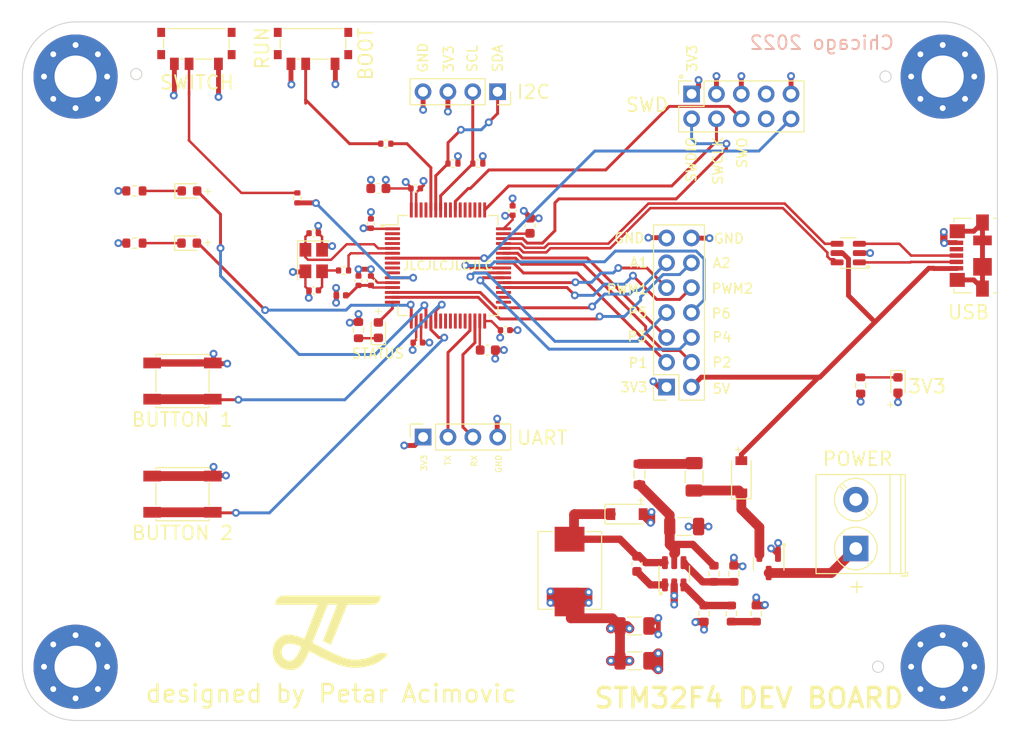
<source format=kicad_pcb>
(kicad_pcb (version 20211014) (generator pcbnew)
  (layers (0 "F.Cu" signal) (1 "In1.Cu" power) (2 "In2.Cu" power) (31 "B.Cu" signal) (34 "B.Paste" user) (35 "F.Paste" user) (36 "B.SilkS" user "B.Silkscreen") (37 "F.SilkS" user "F.Silkscreen") (38 "B.Mask" user) (39 "F.Mask" user) (44 "Edge.Cuts" user))
  (net 0 "")
  (net 1 "+12V")
  (net 2 "GND")
  (net 3 "/WHITE_LED_CATHODE")
  (net 4 "/GREEN_LED_CATHODE")
  (net 5 "Net-(D4-Pad1)")
  (net 6 "Net-(D3-Pad1)")
  (net 7 "Net-(R4-Pad2)")
  (net 8 "BUCK_FB")
  (net 9 "+3.3V")
  (net 10 "BUCK_EN")
  (net 11 "BUCK_IN")
  (net 12 "I2C1_SDA")
  (net 13 "I2C1_SCL")
  (net 14 "HSE_OUT")
  (net 15 "Net-(C16-Pad1)")
  (net 16 "BOOT0")
  (net 17 "Net-(R7-Pad2)")
  (net 18 "SWITCH")
  (net 19 "Net-(R14-Pad2)")
  (net 20 "BUCK_BST")
  (net 21 "BUCK_SW")
  (net 22 "USB_CONN_D-")
  (net 23 "USB_CONN_D+")
  (net 24 "USB_D+")
  (net 25 "+5V")
  (net 26 "USB_D-")
  (net 27 "Net-(D1-Pad1)")
  (net 31 "HSE_IN")
  (net 32 "NRST")
  (net 36 "+3.3VA")
  (net 37 "ANALOG_1")
  (net 38 "ANALOG_2")
  (net 39 "LED_STATUS")
  (net 40 "LED_GREEN")
  (net 41 "LED_WHITE")
  (net 42 "BUTTON_1")
  (net 43 "BUTTON_2")
  (net 50 "USART3_TX")
  (net 51 "USART3_RX")
  (net 52 "Net-(C13-Pad1)")
  (net 56 "PWM_2")
  (net 57 "PWM_1")
  (net 58 "PIN_4")
  (net 59 "PIN_5")
  (net 60 "PIN_6")
  (net 61 "PIN_1")
  (net 62 "PIN_2")
  (net 63 "PIN_3")
  (net 64 "SWDIO")
  (net 65 "Net-(C14-Pad1)")
  (net 66 "SWCLK")
  (net 72 "SWO")
  (net 78 "unconnected-(J5-Pad6)")
  (net 81 "Net-(F1-Pad2)")
  (footprint "Library:Push_Button_Petar" (layer "F.Cu") (at 102.4128 102.8658)
    (fp_text reference "SW3")
    (fp_text value "SW_Push")
  )
  (footprint "Connector_PinSocket_2.54mm:PinSocket_2x05_P2.54mm_Vertical" (layer "F.Cu") (at 154.432 61.976 90)
    (fp_text reference "J2")
    (fp_text value "SWD")
  )
  (footprint "Diode_SMD:D_SOD-123" (layer "F.Cu") (at 147.828 104.902)
    (fp_text reference "D2")
    (fp_text value "B5819W")
  )
  (footprint "Capacitor_SMD:C_0402_1005Metric" (layer "F.Cu") (at 115.824 76.2)
    (fp_text reference "C15")
    (fp_text value "12p")
  )
  (footprint "Library:Switch_Petar" (layer "F.Cu") (at 115.7492 56.8198)
    (fp_text reference "SW1" hide)
    (fp_text value "SW_SPDT")
  )
  (footprint "Resistor_SMD:R_0603_1608Metric" (layer "F.Cu") (at 156.718 110.998 -90)
    (fp_text reference "R1")
    (fp_text value "100k")
  )
  (footprint "Capacitor_SMD:C_0603_1608Metric" (layer "F.Cu") (at 122.428 71.628 180)
    (fp_text reference "C5")
    (fp_text value "4u7")
  )
  (footprint "Fuse:Fuse_1206_3216Metric" (layer "F.Cu") (at 154.686 101.092 90)
    (fp_text reference "F1")
    (fp_text value "250mA")
  )
  (footprint "Capacitor_SMD:C_0402_1005Metric" (layer "F.Cu") (at 136.144 73.886 90)
    (fp_text reference "C9")
    (fp_text value "100n")
  )
  (footprint "LED_SMD:LED_0603_1608Metric" (layer "F.Cu") (at 122.428 86.106 90)
    (fp_text reference "D4")
    (fp_text value "BLUE")
  )
  (footprint "MountingHole:MountingHole_4.3mm_M4_Pad_Via" (layer "F.Cu") (at 180.086 60.198)
    (fp_text reference "H1")
    (fp_text value "MountingHole_Pad")
  )
  (footprint "Library:Push_Button_Petar" (layer "F.Cu") (at 102.4128 91.3088)
    (fp_text reference "SW4")
    (fp_text value "SW_Push")
  )
  (footprint "Capacitor_SMD:C_0603_1608Metric" (layer "F.Cu") (at 137.922 75.438 90)
    (fp_text reference "C14")
    (fp_text value "2u2")
  )
  (footprint "LED_SMD:LED_0603_1608Metric" (layer "F.Cu") (at 103.0985 77.216)
    (fp_text reference "D5")
    (fp_text value "GREEN")
  )
  (footprint "LED_SMD:LED_0603_1608Metric" (layer "F.Cu") (at 175.514 91.7195 -90)
    (fp_text reference "D3")
    (fp_text value "RED")
  )
  (footprint "Library:Inductor_Petar" (layer "F.Cu") (at 141.9606 110.7694 -90)
    (fp_text reference "L1" hide)
    (fp_text value "10u")
  )
  (footprint "Capacitor_SMD:C_0402_1005Metric" (layer "F.Cu") (at 120.396 81.054 90)
    (fp_text reference "C12")
    (fp_text value "10n")
  )
  (footprint "Package_TO_SOT_SMD:SOT-23" (layer "F.Cu") (at 162.306 109.982 -90)
    (fp_text reference "Q1")
    (fp_text value "AO3401A")
  )
  (footprint "Capacitor_SMD:C_0402_1005Metric" (layer "F.Cu") (at 135.382 86.106)
    (fp_text reference "C8")
    (fp_text value "100n")
  )
  (footprint "Connector_PinSocket_2.54mm:PinSocket_2x07_P2.54mm_Vertical" (layer "F.Cu") (at 151.872 91.928 180)
    (fp_text reference "J6")
    (fp_text value "Conn_02x07_Odd_Even")
  )
  (footprint "Capacitor_SMD:C_0402_1005Metric" (layer "F.Cu") (at 115.824 82.042 180)
    (fp_text reference "C16")
    (fp_text value "12p")
  )
  (footprint "Resistor_SMD:R_0402_1005Metric" (layer "F.Cu") (at 114.1476 72.5932 90)
    (fp_text reference "R14")
    (fp_text value "10k")
  )
  (footprint "MountingHole:MountingHole_4.3mm_M4_Pad_Via" (layer "F.Cu") (at 91.4908 120.4976)
    (fp_text reference "H4")
    (fp_text value "MountingHole_Pad")
  )
  (footprint "Capacitor_SMD:C_0402_1005Metric" (layer "F.Cu") (at 121.666 81.054 90)
    (fp_text reference "C11")
    (fp_text value "1u")
  )
  (footprint "Diode_SMD:D_SOD-123" (layer "F.Cu") (at 159.512 101.092 90)
    (fp_text reference "D1")
    (fp_text value "B5819W")
  )
  (footprint "Resistor_SMD:R_0603_1608Metric" (layer "F.Cu") (at 155.702 115.062 90)
    (fp_text reference "R3")
    (fp_text value "47k")
  )
  (footprint "Resistor_SMD:R_0402_1005Metric" (layer "F.Cu") (at 123.19 67.056 180)
    (fp_text reference "R7")
    (fp_text value "10k")
  )
  (footprint "MountingHole:MountingHole_4.3mm_M4_Pad_Via" (layer "F.Cu") (at 180.086 120.4976)
    (fp_text reference "H3")
    (fp_text value "MountingHole_Pad")
  )
  (footprint "Capacitor_SMD:C_1206_3216Metric" (layer "F.Cu") (at 153.67 106.172)
    (fp_text reference "C1")
    (fp_text value "10u")
  )
  (footprint "Resistor_SMD:R_0402_1005Metric" (layer "F.Cu") (at 132.588 69.088 180)
    (fp_text reference "R10")
    (fp_text value "2k2")
  )
  (footprint "Resistor_SMD:R_0603_1608Metric" (layer "F.Cu") (at 120.396 86.106 -90)
    (fp_text reference "R9")
    (fp_text value "1k5")
  )
  (footprint "Inductor_SMD:L_0805_2012Metric" (layer "F.Cu") (at 149.098 100.838 -90)
    (fp_text reference "FB1")
    (fp_text value "600 @ 600Mhz")
  )
  (footprint "TerminalBlock_Phoenix:TerminalBlock_Phoenix_PT-1,5-2-5.0-H_1x02_P5.00mm_Horizontal" (layer "F.Cu") (at 171.204 108.418 90)
    (fp_text reference "J1")
    (fp_text value "Screw_Terminal_01x02")
  )
  (footprint "Resistor_SMD:R_0603_1608Metric" (layer "F.Cu") (at 97.5105 71.882 180)
    (fp_text reference "R13")
    (fp_text value "1k5")
  )
  (footprint "Connector_PinSocket_2.54mm:PinSocket_1x04_P2.54mm_Vertical" (layer "F.Cu") (at 127 97.028 90)
    (fp_text reference "J4")
    (fp_text value "Conn_01x04")
  )
  (footprint "Capacitor_SMD:C_0603_1608Metric" (layer "F.Cu") (at 133.604 88.138)
    (fp_text reference "C13")
    (fp_text value "2u2")
  )
  (footprint "Package_QFP:LQFP-64_10x10mm_P0.5mm" (layer "F.Cu") (at 129.54 79.502)
    (fp_text reference "U2")
    (fp_text value "STM32F405RGT6")
  )
  (footprint "Connector_USB:USB_Micro-B_Molex_47346-0001" (layer "F.Cu") (at 182.95 78.486 90)
    (fp_text reference "J5")
    (fp_text value "USB_B_Micro")
  )
  (footprint "Capacitor_SMD:C_1206_3216Metric" (layer "F.Cu") (at 148.59 119.888)
    (fp_text reference "C3")
    (fp_text value "10u")
  )
  (footprint "Resistor_SMD:R_0603_1608Metric" (layer "F.Cu") (at 97.5105 77.216 180)
    (fp_text reference "R12")
    (fp_text value "1k5")
  )
  (footprint "Package_TO_SOT_SMD:SOT-23-6" (layer "F.Cu") (at 152.654 110.998 90)
    (fp_text reference "U1")
    (fp_text value "MP2359DJ-LF-Z")
  )
  (footprint "Capacitor_SMD:C_0402_1005Metric" (layer "F.Cu") (at 126.238 71.628)
    (fp_text reference "C10")
    (fp_text value "100n")
  )
  (footprint "Library:Switch_Petar" (layer "F.Cu") (at 103.8352 56.8198)
    (fp_text reference "SW2" hide)
    (fp_text value "SW_SPDT")
  )
  (footprint "LED_SMD:LED_0603_1608Metric" (layer "F.Cu") (at 103.124 71.882)
    (fp_text reference "D6")
    (fp_text value "WHITE")
  )
  (footprint "Capacitor_SMD:C_0402_1005Metric" (layer "F.Cu") (at 126.464 87.376 180)
    (fp_text reference "C7")
    (fp_text value "100n")
  )
  (footprint "Connector_PinSocket_2.54mm:PinSocket_1x04_P2.54mm_Vertical" (layer "F.Cu") (at 134.61 61.747 -90)
    (fp_text reference "J3")
    (fp_text value "Conn_01x04")
  )
  (footprint "Package_TO_SOT_SMD:SOT-23-6" (layer "F.Cu") (at 170.434 78.232 180)
    (fp_text reference "U3")
    (fp_text value "USBLC6-2SC6")
  )
  (footprint "Inductor_SMD:L_0402_1005Metric" (layer "F.Cu") (at 118.618 82.55)
    (fp_text reference "L2")
    (fp_text value "39n")
  )
  (footprint "Capacitor_SMD:C_0603_1608Metric" (layer "F.Cu") (at 148.844 109.982 90)
    (fp_text reference "C4")
    (fp_text value "10u")
  )
  (footprint "Capacitor_SMD:C_0402_1005Metric" (layer "F.Cu") (at 121.666 75.212 90)
    (fp_text reference "C6")
    (fp_text value "100n")
  )
  (footprint "Library:logoBigPetar" (layer "F.Cu") (at 117.4242 116.9162)
    (fp_text reference "G***" hide)
    (fp_text value "LOGO" hide)
  )
  (footprint "Resistor_SMD:R_0402_1005Metric" (layer "F.Cu") (at 118.872 80.01 180)
    (fp_text reference "R8")
    (fp_text value "47")
  )
  (footprint "MountingHole:MountingHole_4.3mm_M4_Pad_Via" (layer "F.Cu") (at 91.4908 60.198)
    (fp_text reference "H2")
    (fp_text value "MountingHole_Pad")
  )
  (footprint "Resistor_SMD:R_0603_1608Metric" (layer "F.Cu") (at 171.704 91.757 90)
    (fp_text reference "R6")
    (fp_text value "1k")
  )
  (footprint "Resistor_SMD:R_0402_1005Metric" (layer "F.Cu") (at 130.048 69.088 180)
    (fp_text reference "R11")
    (fp_text value "2k2")
  )
  (footprint "Resistor_SMD:R_0603_1608Metric" (layer "F.Cu") (at 161.036 115.062 90)
    (fp_text reference "R5")
    (fp_text value "270")
  )
  (footprint "Crystal:Crystal_SMD_3225-4Pin_3.2x2.5mm" (layer "F.Cu") (at 115.824 78.994 -90)
    (fp_text reference "Y1")
    (fp_text value "16MHz")
  )
  (footprint "Resistor_SMD:R_0603_1608Metric" (layer "F.Cu") (at 158.75 110.998 90)
    (fp_text reference "R2")
    (fp_text value "68k")
  )
  (footprint "Capacitor_SMD:C_1206_3216Metric" (layer "F.Cu") (at 148.59 116.332)
    (fp_text reference "C2")
    (fp_text value "10u")
  )
  (footprint "Resistor_SMD:R_0603_1608Metric" (layer "F.Cu") (at 158.496 115.062 -90)
    (fp_text reference "R4")
    (fp_text value "15k")
  )
  (gr_circle (center 122.8344 75.438) (end 122.8344 75.4888) (layer "F.SilkS") (width 0.15) (fill none))
  (gr_circle (center 151.2824 113.03) (end 151.3332 113.03) (layer "F.SilkS") (width 0.15) (fill none))
  (gr_circle (center 163.8808 108.0516) (end 163.9316 108.0516) (layer "F.SilkS") (width 0.15) (fill none))
  (gr_circle (center 153.3652 60.198) (end 153.416 60.2488) (layer "F.SilkS") (width 0.15) (fill none))
  (gr_circle (center 172.466 79.6544) (end 172.5168 79.6544) (layer "F.SilkS") (width 0.15) (fill none))
  (gr_line (start 86.054515 60.198) (end 86.054515 120.395987) (layer "Edge.Cuts") (width 0.1))
  (gr_line (start 185.674 60.198) (end 185.674 120.5484) (layer "Edge.Cuts") (width 0.1))
  (gr_circle locked (center 173.482 120.4976) (end 174.058 120.4976) (layer "Edge.Cuts") (width 0.1) (fill none))
  (gr_arc (start 185.674 120.5484) (mid 183.999083 124.41589) (end 180.087354 125.984711) (layer "Edge.Cuts") (width 0.1))
  (gr_circle locked (center 174.244 60.198) (end 174.82 60.198) (layer "Edge.Cuts") (width 0.1) (fill none))
  (gr_circle locked (center 97.6884 59.944) (end 98.2644 59.944) (layer "Edge.Cuts") (width 0.1) (fill none))
  (gr_arc (start 180.086 54.61) (mid 184.037313 56.246687) (end 185.674 60.198) (layer "Edge.Cuts") (width 0.1))
  (gr_line (start 91.44 54.61) (end 180.086 54.61) (layer "Edge.Cuts") (width 0.1))
  (gr_arc (start 91.441354 125.98471) (mid 87.590268 124.306196) (end 86.054515 120.395987) (layer "Edge.Cuts") (width 0.1))
  (gr_line (start 180.087354 125.984711) (end 91.441354 125.984711) (layer "Edge.Cuts") (width 0.1))
  (gr_arc (start 86.054516 60.198) (mid 87.605102 56.303237) (end 91.44 54.61) (layer "Edge.Cuts") (width 0.1))
  (gr_text "Chicago 2022" (at 167.7416 56.7436) (layer "B.SilkS") (effects (font (size 1.4 1.4) (thickness 0.2)) (justify mirror)))
  (gr_text "+" (at 159.2072 98.2472) (layer "F.SilkS") (effects (font (size 0.8 0.8) (thickness 0.1))))
  (gr_text "+" (at 171.2976 112.2172) (layer "F.SilkS") (effects (font (size 1.5 1.5))))
  (gr_text "RX" (at 132.2324 99.4664 -270) (layer "F.SilkS") (effects (font (size 0.6 0.6) (thickness 0.1))))
  (gr_text "PWM2" (at 158.5976 81.8642) (layer "F.SilkS") (effects (font (size 1 1))))
  (gr_text "SWITCH" (at 103.886 60.8076) (layer "F.SilkS") (effects (font (size 1.4 1.4) (thickness 0.18))))
  (gr_text "GND" (at 134.7216 99.7712 -270) (layer "F.SilkS") (effects (font (size 0.6 0.6) (thickness 0.1))))
  (gr_text "3V3" (at 129.6162 58.3946 -270) (layer "F.SilkS") (effects (font (size 1 1))))
  (gr_text "SWCLK" (at 157.1244 68.8086 -270) (layer "F.SilkS") (effects (font (size 1 1))))
  (gr_text "JLCJLCJLCJLC" (at 129.54 79.502) (layer "F.SilkS") (effects (font (size 0.9 0.9))))
  (gr_text "UART" (at 139.1666 97.1042) (layer "F.SilkS") (effects (font (size 1.4 1.4) (thickness 0.18))))
  (gr_text "GND" (at 148.0566 76.708) (layer "F.SilkS") (effects (font (size 1 1))))
  (gr_text "BUTTON 1" (at 102.3874 95.25) (layer "F.SilkS") (effects (font (size 1.4 1.4) (thickness 0.18))))
  (gr_text "P6" (at 157.4546 84.4042) (layer "F.SilkS") (effects (font (size 1 1))))
  (gr_text "+" (at 105.0036 71.882) (layer "F.SilkS") (effects (font (size 0.8 0.8) (thickness 0.1))))
  (gr_text "SCL" (at 132.0292 58.3692 -270) (layer "F.SilkS") (effects (font (size 1 1))))
  (gr_text "P4" (at 157.5308 86.8172) (layer "F.SilkS") (effects (font (size 1 1))))
  (gr_text "SWDIO" (at 154.4066 68.6816 -270) (layer "F.SilkS") (effects (font (size 1 1))))
  (gr_text "5V" (at 157.48 92.1004) (layer "F.SilkS") (effects (font (size 1 1))))
  (gr_text "+" (at 105.0036 77.1144) (layer "F.SilkS") (effects (font (size 0.8 0.8) (thickness 0.1))))
  (gr_text "+" (at 174.752 93.6752) (layer "F.SilkS") (effects (font (size 0.8 0.8) (thickness 0.1))))
  (gr_text "BUTTON 2" (at 102.4128 106.8324) (layer "F.SilkS") (effects (font (size 1.4 1.4) (thickness 0.18))))
  (gr_text "P3" (at 148.8694 86.7664) (layer "F.SilkS") (effects (font (size 1 1))))
  (gr_text "A2" (at 157.5054 79.248) (layer "F.SilkS") (effects (font (size 1 1))))
  (gr_text "SWO" (at 159.5882 67.9958 -270) (layer "F.SilkS") (effects (font (size 1 1))))
  (gr_text "3V3" (at 178.4858 91.8464) (layer "F.SilkS") (effects (font (size 1.4 1.4) (thickness 0.18))))
  (gr_text "SWD" (at 149.8854 63.0936) (layer "F.SilkS") (effects (font (size 1.4 1.4) (thickness 0.18))))
  (gr_text "I2C" (at 138.2776 61.7728) (layer "F.SilkS") (effects (font (size 1.4 1.4) (thickness 0.18))))
  (gr_text "BOOT" (at 121.1326 57.8866 -270) (layer "F.SilkS") (effects (font (size 1.4 1.4) (thickness 0.18))))
  (gr_text "designed by Petar Acimovic" (at 117.602 123.2408) (layer "F.SilkS") (effects (font (size 1.8 1.8) (thickness 0.25))))
  (gr_text "SDA" (at 134.62 58.3438 -270) (layer "F.SilkS") (effects (font (size 1 1))))
  (gr_text "P2" (at 157.5308 89.408) (layer "F.SilkS") (effects (font (size 1 1))))
  (gr_text "USB" (at 182.7276 84.2772) (layer "F.SilkS") (effects (font (size 1.4 1.4) (thickness 0.18))))
  (gr_text "RUN" (at 110.5662 57.3024 -270) (layer "F.SilkS") (effects (font (size 1.4 1.4) (thickness 0.18))))
  (gr_text "A1" (at 149.0472 79.1972) (layer "F.SilkS") (effects (font (size 1 1))))
  (gr_text "STATUS" (at 122.3772 88.4936) (layer "F.SilkS") (effects (font (size 1 1))))
  (gr_text "+" (at 122.428 84.1248) (layer "F.SilkS") (effects (font (size 0.8 0.8) (thickness 0.1))))
  (gr_text "GND" (at 126.9746 58.2676 -270) (layer "F.SilkS") (effects (font (size 1 1))))
  (gr_text "P1" (at 148.971 89.4588) (layer "F.SilkS") (effects (font (size 1 1))))
  (gr_text "POWER" (at 171.3992 99.2632) (layer "F.SilkS") (effects (font (size 1.4 1.4) (thickness 0.18))))
  (gr_text "+" (at 149.2504 103.4288) (layer "F.SilkS") (effects (font (size 0.8 0.8) (thickness 0.1))))
  (gr_text "STM32F4 DEV BOARD" (at 160.2994 123.698) (layer "F.SilkS") (effects (font (size 2 2) (thickness 0.35))))
  (gr_text "3V3" (at 154.4828 58.3184 -270) (layer "F.SilkS") (effects (font (size 1 1))))
  (gr_text "PWM1" (at 147.8788 81.9404) (layer "F.SilkS") (effects (font (size 1 1))))
  (gr_text "GND" (at 158.242 76.7588) (layer "F.SilkS") (effects (font (size 1 1))))
  (gr_text "3V3" (at 148.5392 91.948) (layer "F.SilkS") (effects (font (size 1 1))))
  (gr_text "3V3" (at 127.1016 99.6696 -270) (layer "F.SilkS") (effects (font (size 0.6 0.6) (thickness 0.1))))
  (gr_text "TX" (at 129.54 99.4156 -270) (layer "F.SilkS") (effects (font (size 0.6 0.6) (thickness 0.1))))
  (gr_text "P5" (at 148.9202 84.328) (layer "F.SilkS") (effects (font (size 1 1))))
  (segment (start 171.204 108.418) (end 168.7025 110.9195) (width 1) (layer "F.Cu") (net 1))
  (segment (start 168.7025 110.9195) (end 162.306 110.9195) (width 1) (layer "F.Cu") (net 1))
  (segment (start 137.922 74.549) (end 137.287 73.914) (width 0.5) (layer "F.Cu") (net 2))
  (segment (start 114.9056 80.1624) (end 114.974 80.094) (width 0.5) (layer "F.Cu") (net 2))
  (segment (start 151.0284 115.5192) (end 151.0284 117.1956) (width 0.5) (layer "F.Cu") (net 2))
  (segment (start 101.5852 62.067) (end 101.5852 58.8948) (width 0.5) (layer "F.Cu") (net 2))
  (segment (start 105.5678 100.9608) (end 105.5128 101.0158) (width 0.5) (layer "F.Cu") (net 2))
  (segment (start 126.29 73.827) (end 126.29 72.056) (width 0.25) (layer "F.Cu") (net 2))
  (segment (start 116.2812 76.1772) (end 116.304 76.2) (width 0.5) (layer "F.Cu") (net 2))
  (segment (start 127.0405 70.866) (end 127.0405 71.3055) (width 0.3) (layer "F.Cu") (net 2))
  (segment (start 180.248 77.216) (end 180.303 77.161) (width 0.5) (layer "F.Cu") (net 2))
  (segment (start 134.5692 96.9772) (end 134.62 97.028) (width 0.5) (layer "F.Cu") (net 2))
  (segment (start 120.396 85.281) (end 120.396 84.455) (width 0.5) (layer "F.Cu") (net 2))
  (segment (start 156.972 60.1472) (end 156.972 61.976) (width 0.5) (layer "F.Cu") (net 2))
  (segment (start 127.0405 71.3055) (end 126.718 71.628) (width 0.3) (layer "F.Cu") (net 2))
  (segment (start 114.974 81.672) (end 115.344 82.042) (width 0.25) (layer "F.Cu") (net 2))
  (segment (start 150.065 119.888) (end 150.1648 119.888) (width 1) (layer "F.Cu") (net 2))
  (segment (start 117.0472 77.5208) (end 116.674 77.894) (width 0.5) (layer "F.Cu") (net 2))
  (segment (start 127 63.6016) (end 127 61.757) (width 0.5) (layer "F.Cu") (net 2))
  (segment (start 163.2712 107.8484) (end 163.2712 109.0293) (width 0.5) (layer "F.Cu") (net 2))
  (segment (start 134.379 88.138) (end 135.255 88.138) (width 0.5) (layer "F.Cu") (net 2))
  (segment (start 163.2712 109.0293) (end 163.256 109.0445) (width 0.5) (layer "F.Cu") (net 2))
  (segment (start 134.379 89.014) (end 134.366 89.027) (width 0.5) (layer "F.Cu") (net 2))
  (segment (start 125.9332 88.138) (end 125.9332 87.4268) (width 0.3) (layer "F.Cu") (net 2))
  (segment (start 180.200498 76.073) (end 180.200498 77.168498) (width 0.75) (layer "F.Cu") (net 2))
  (segment (start 161.861 114.237) (end 161.925 114.173) (width 0.75) (layer "F.Cu") (net 2))
  (segment (start 122.351609 81.252) (end 121.673609 80.574) (width 0.25) (layer "F.Cu") (net 2))
  (segment (start 161.036 114.237) (end 161.861 114.237) (width 0.75) (layer "F.Cu") (net 2))
  (segment (start 120.396 79.883) (end 121.666 79.883) (width 0.5) (layer "F.Cu") (net 2))
  (segment (start 150.2664 119.888) (end 151.0284 119.126) (width 1) (layer "F.Cu") (net 2))
  (segment (start 135.862 86.106) (end 136.652 86.106) (width 0.3) (layer "F.Cu") (net 2))
  (segment (start 113.538 61.0108) (end 113.4992 60.972) (width 0.5) (layer "F.Cu") (net 2))
  (segment (start 171.704 92.582) (end 171.704 93.4212) (width 0.5) (layer "F.Cu") (net 2))
  (segment (start 125.9332 87.4268) (end 125.984 87.376) (width 0.3) (layer "F.Cu") (net 2))
  (segment (start 180.303 77.161) (end 181.49 77.161) (width 0.5) (layer "F.Cu") (net 2))
  (segment (start 152.654 112.1355) (end 152.654 114.1476) (width 0.75) (layer "F.Cu") (net 2))
  (segment (start 113.6904 80.1624) (end 114.9056 80.1624) (width 0.5) (layer "F.Cu") (net 2))
  (segment (start 134.5692 95.1484) (end 134.5692 96.9772) (width 0.5) (layer "F.Cu") (net 2))
  (segment (start 138.798 74.663) (end 138.811 74.676) (width 0.5) (layer "F.Cu") (net 2))
  (segment (start 115.316 82.07) (end 115.344 82.042) (width 0.5) (layer "F.Cu") (net 2))
  (segment (start 116.2812 75.438) (end 116.2812 76.1772) (width 0.5) (layer "F.Cu") (net 2))
  (segment (start 150.2156 116.332) (end 151.0284 115.5192) (width 0.5) (layer "F.Cu") (net 2))
  (segment (start 121.666 71.615) (end 121.653 71.628) (width 0.3) (layer "F.Cu") (net 2))
  (segment (start 150.1648 119.888) (end 151.0284 120.7516) (width 1) (layer "F.Cu") (net 2))
  (segment (start 137.922 74.663) (end 138.798 74.663) (width 0.5) (layer "F.Cu") (net 2))
  (segment (start 156.2608 76.708) (end 154.432 76.708) (width 0.5) (layer "F.Cu") (net 2))
  (segment (start 106.9848 89.5308) (end 105.5848 89.5308) (width 0.5) (layer "F.Cu") (net 2))
  (segment (start 150.114 104.902) (end 150.329285 104.686715) (width 0.75) (layer "F.Cu") (net 2))
  (segment (start 149.478 105.028) (end 150.241 105.791) (width 0.75) (layer "F.Cu") (net 2))
  (segment (start 150.065 116.332) (end 150.1648 116.332) (width 0.5) (layer "F.Cu") (net 2))
  (segment (start 101.5238 62.1284) (end 101.5852 62.067) (width 0.5) (layer "F.Cu") (net 2))
  (segment (start 121.666 79.883) (end 121.666 80.574) (width 0.25) (layer "F.Cu") (net 2))
  (segment (start 171.5715 78.232) (end 172.6692 78.232) (width 0.5) (layer "F.Cu") (net 2))
  (segment (start 162.6187 108.4072) (end 163.256 109.0445) (width 0.5) (layer "F.Cu") (net 2))
  (segment (start 126.29 72.056) (end 126.718 71.628) (width 0.25) (layer "F.Cu") (net 2))
  (segment (start 114.974 80.094) (end 114.974 81.672) (width 0.25) (layer "F.Cu") (net 2))
  (segment (start 162.56 108.4072) (end 162.6187 108.4072) (width 0.5) (layer "F.Cu") (net 2))
  (segment (start 154.432 76.708) (end 154.412 76.688) (width 0.5) (layer "F.Cu") (net 2))
  (segment (start 116.674 76.57) (end 116.304 76.2) (width 0.25) (layer "F.Cu") (net 2))
  (segment (start 159.576 110.173) (end 159.639 110.236) (width 0.5) (layer "F.Cu") (net 2))
  (segment (start 95.8596 71.882) (end 96.6855 71.882) (width 0.5) (layer "F.Cu") (net 2))
  (segment (start 149.478 104.902) (end 150.114 104.902) (width 0.75) (layer "F.Cu") (net 2))
  (segment (start 159.512 60.1472) (end 159.512 61.976) (width 0.5) (layer "F.Cu") (net 2))
  (segment (start 121.673609 80.574) (end 121.666 80.574) (width 0.25) (layer "F.Cu") (net 2))
  (segment (start 150.329285 105.702715) (end 150.241 105.791) (width 0.75) (layer "F.Cu") (net 2))
  (segment (start 105.5878 100.0718) (end 105.5878 100.9408) (width 0.5) (layer "F.Cu") (net 2))
  (segment (start 115.316 82.804) (end 115.316 82.07) (width 0.5) (layer "F.Cu") (net 2))
  (segment (start 105.5878 100.9408) (end 105.5128 101.0158) (width 0.5) (layer "F.Cu") (net 2))
  (segment (start 120.396 80.574) (end 120.396 79.883) (width 0.5) (layer "F.Cu") (net 2))
  (segment (start 123.865 81.252) (end 122.351609 81.252) (width 0.25) (layer "F.Cu") (net 2))
  (segment (start 126.29 87.07) (end 125.984 87.376) (width 0.25) (layer "F.Cu") (net 2))
  (segment (start 113.4992 60.972) (end 113.4992 58.8948) (width 0.5) (layer "F.Cu") (net 2))
  (segment (start 134.379 88.138) (end 134.379 89.014) (width 0.5) (layer "F.Cu") (net 2))
  (segment (start 150.065 116.332) (end 150.2156 116.332) (width 0.5) (layer "F.Cu") (net 2))
  (segment (start 106.8578 100.9608) (end 105.5678 100.9608) (width 0.5) (layer "F.Cu") (net 2))
  (segment (start 105.5878 88.5148) (end 105.5878 89.3838) (width 0.5) (layer "F.Cu") (net 2))
  (segment (start 127 61.757) (end 126.99 61.747) (width 0.5) (layer "F.Cu") (net 2))
  (segment (start 164.592 60.1472) (end 164.592 61.976) (width 0.5) (layer "F.Cu") (net 2))
  (segment (start 119.57 85.281) (end 119.507 85.344) (width 0.5) (layer "F.Cu") (net 2))
  (segment (start 116.674 77.894) (end 116.674 76.57) (width 0.25) (layer "F.Cu") (net 2))
  (segment (start 180.200498 77.168498) (end 180.248 77.216) (width 0.75) (layer "F.Cu") (net 2))
  (segment (start 150.1648 116.332) (end 151.0284 117.1956) (width 0.5) (layer "F.Cu") (net 2))
  (segment (start 151.8412 76.6572) (end 151.872 76.688) (width 0.5) (layer "F.Cu") (net 2))
  (segment (start 150.065 119.888) (end 150.2664 119.888) (width 1) (layer "F.Cu") (net 2))
  (segment (start 158.75 109.347) (end 158.75 110.173) (width 0.75) (layer "F.Cu") (net 2))
  (segment (start 117.7036 77.5208) (end 117.0472 77.5208) (width 0.5) (layer "F.Cu") (net 2))
  (segment (start 136.144 73.406) (end 136.144 72.644) (width 0.3) (layer "F.Cu") (net 2))
  (segment (start 99.3128 101.0158) (end 105.5128 101.0158) (width 1) (layer "F.Cu") (net 2))
  (segment (start 161.036 114.237) (end 161.036 113.411) (width 0.75) (layer "F.Cu") (net 2))
  (segment (start 150.0124 76.6572) (end 151.8412 76.6572) (width 0.5) (layer "F.Cu") (net 2))
  (segment (start 149.478 104.902) (end 149.478 105.028) (width 0.75) (layer "F.Cu") (net 2))
  (segment (start 151.0284 119.126) (end 151.0284 120.7516) (width 1) (layer "F.Cu") (net 2))
  (segment (start 126.29 85.177) (end 126.29 87.07) (width 0.25) (layer "F.Cu") (net 2))
  (segment (start 137.922 74.663) (end 137.922 74.549) (width 0.5) (layer "F.Cu") (net 2))
  (segment (start 154.1272 106.172) (end 156.1592 106.172) (width 0.5) (layer "F.Cu") (net 2))
  (segment (start 95.8596 77.216) (end 96.6855 77.216) (width 0.5) (layer "F.Cu") (net 2))
  (segment (start 121.666 74.041) (end 121.666 74.732) (width 0.3) (layer "F.Cu") (net 2))
  (segment (start 121.666 70.739) (end 121.666 71.615) (width 0.3) (layer "F.Cu") (net 2))
  (segment (start 99.3128 89.4588) (end 105.5128 89.4588) (width 0.75) (layer "F.Cu") (net 2))
  (segment (start 158.75 110.173) (end 159.576 110.173) (width 0.5) (layer "F.Cu") (net 2))
  (segment (start 150.329285 104.686715) (end 150.329285 105.702715) (width 0.75) (layer "F.Cu") (net 2))
  (segment (start 120.396 85.281) (end 119.57 85.281) (width 0.5) (layer "F.Cu") (net 2))
  (via (at 127 63.6016) (size 0.8) (drill 0.4) (layers "F.Cu" "B.Cu") (net 2))
  (via (at 95.8596 71.882) (size 0.8) (drill 0.4) (layers "F.Cu" "B.Cu") (net 2))
  (via (at 113.538 61.0108) (size 0.8) (drill 0.4) (layers "F.Cu" "B.Cu") (net 2))
  (via (at 161.036 113.411) (size 0.8) (drill 0.4) (layers "F.Cu" "B.Cu") (net 2))
  (via (at 136.144 72.644) (size 0.8) (drill 0.4) (layers "F.Cu" "B.Cu") (net 2))
  (via (at 154.1272 106.172) (size 0.8) (drill 0.4) (layers "F.Cu" "B.Cu") (net 2))
  (via (at 161.925 114.173) (size 0.8) (drill 0.4) (layers "F.Cu" "B.Cu") (net 2))
  (via (at 136.652 86.106) (size 0.8) (drill 0.4) (layers "F.Cu" "B.Cu") (net 2))
  (via (at 180.248 77.216) (size 0.8) (drill 0.4) (layers "F.Cu" "B.Cu") (net 2))
  (via (at 115.316 82.804) (size 0.8) (drill 0.4) (layers "F.Cu" "B.Cu") (net 2))
  (via (at 106.8578 100.9608) (size 0.8) (drill 0.4) (layers "F.Cu" "B.Cu") (net 2))
  (via (at 121.666 70.739) (size 0.8) (drill 0.4) (layers "F.Cu" "B.Cu") (net 2))
  (via (at 106.9848 89.5308) (size 0.8) (drill 0.4) (layers "F.Cu" "B.Cu") (net 2))
  (via (at 162.56 108.4072) (size 0.8) (drill 0.4) (layers "F.Cu" "B.Cu") (net 2))
  (via (at 156.972 60.1472) (size 0.8) (drill 0.4) (layers "F.Cu" "B.Cu") (net 2))
  (via (at 137.287 73.914) (size 0.8) (drill 0.4) (layers "F.Cu" "B.Cu") (net 2))
  (via (at 134.5692 95.1484) (size 0.8) (drill 0.4) (layers "F.Cu" "B.Cu") (net 2))
  (via (at 95.8596 77.216) (size 0.8) (drill 0.4) (layers "F.Cu" "B.Cu") (net 2))
  (via (at 152.654 113.2332) (size 0.8) (drill 0.4) (layers "F.Cu" "B.Cu") (net 2))
  (via (at 105.5878 100.0718) (size 0.8) (drill 0.4) (layers "F.Cu" "B.Cu") (net 2))
  (via (at 151.0284 120.7516) (size 0.8) (drill 0.4) (layers "F.Cu" "B.Cu") (net 2))
  (via (at 150.329285 104.686715) (size 0.8) (drill 0.4) (layers "F.Cu" "B.Cu") (net 2))
  (via (at 152.654 114.1476) (size 0.8) (drill 0.4) (layers "F.Cu" "B.Cu") (net 2))
  (via (at 134.366 89.027) (size 0.8) (drill 0.4) (layers "F.Cu" "B.Cu") (net 2))
  (via (at 138.811 74.676) (size 0.8) (drill 0.4) (layers "F.Cu" "B.Cu") (net 2))
  (via (at 105.5878 88.5148) (size 0.8) (drill 0.4) (layers "F.Cu" "B.Cu") (net 2))
  (via (at 120.396 84.455) (size 0.8) (drill 0.4) (layers "F.Cu" "B.Cu") (net 2))
  (via (at 101.5238 62.1284) (size 0.8) (drill 0.4) (layers "F.Cu" "B.Cu") (net 2))
  (via (at 127.0405 70.866) (size 0.8) (drill 0.4) (layers "F.Cu" "B.Cu") (net 2))
  (via (at 135.255 88.138) (size 0.8) (drill 0.4) (layers "F.Cu" "B.Cu") (net 2))
  (via (at 164.592 60.1472) (size 0.8) (drill 0.4) (layers "F.Cu" "B.Cu") (net 2))
  (via (at 151.0284 117.1956) (size 0.8) (drill 0.4) (layers "F.Cu" "B.Cu") (net 2))
  (via (at 125.9332 88.138) (size 0.8) (drill 0.4) (layers "F.Cu" "B.Cu") (net 2))
  (via (at 116.2812 75.438) (size 0.8) (drill 0.4) (layers "F.Cu" "B.Cu") (net 2))
  (via (at 159.512 60.1472) (size 0.8) (drill 0.4) (layers "F.Cu" "B.Cu") (net 2))
  (via (at 172.6692 78.232) (size 0.8) (drill 0.4) (layers "F.Cu" "B.Cu") (net 2))
  (via (at 150.241 105.791) (size 0.8) (drill 0.4) (layers "F.Cu" "B.Cu") (net 2))
  (via (at 158.75 109.347) (size 0.8) (drill 0.4) (layers "F.Cu" "B.Cu") (net 2))
  (via (at 121.666 74.041) (size 0.8) (drill 0.4) (layers "F.Cu" "B.Cu") (net 2))
  (via (at 121.666 79.883) (size 0.8) (drill 0.4) (layers "F.Cu" "B.Cu") (net 2))
  (via (at 113.6904 80.1624) (size 0.8) (drill 0.4) (layers "F.Cu" "B.Cu") (net 2))
  (via (at 150.0124 76.6572) (size 0.8) (drill 0.4) (layers "F.Cu" "B.Cu") (net 2))
  (via (at 156.2608 76.708) (size 0.8) (drill 0.4) (layers "F.Cu" "B.Cu") (net 2))
  (via (at 159.639 110.236) (size 0.8) (drill 0.4) (layers "F.Cu" "B.Cu") (net 2))
  (via (at 120.396 79.883) (size 0.8) (drill 0.4) (layers "F.Cu" "B.Cu") (net 2))
  (via (at 151.0284 115.5192) (size 0.8) (drill 0.4) (layers "F.Cu" "B.Cu") (net 2))
  (via (at 171.704 93.4212) (size 0.8) (drill 0.4) (layers "F.Cu" "B.Cu") (net 2))
  (via (at 119.507 85.344) (size 0.8) (drill 0.4) (layers "F.Cu" "B.Cu") (net 2))
  (via (at 163.2712 107.8484) (size 0.8) (drill 0.4) (layers "F.Cu" "B.Cu") (net 2))
  (via (at 156.1592 106.172) (size 0.8) (drill 0.4) (layers "F.Cu" "B.Cu") (net 2))
  (via (at 180.200498 76.073) (size 0.8) (drill 0.4) (layers "F.Cu" "B.Cu") (net 2))
  (via (at 151.0284 119.126) (size 0.8) (drill 0.4) (layers "F.Cu" "B.Cu") (net 2))
  (via (at 117.7036 77.5208) (size 0.8) (drill 0.4) (layers "F.Cu" "B.Cu") (net 2))
  (segment (start 98.3355 71.882) (end 102.3365 71.882) (width 0.25) (layer "F.Cu") (net 3))
  (segment (start 98.3355 77.216) (end 102.311 77.216) (width 0.25) (layer "F.Cu") (net 4))
  (segment (start 120.396 86.931) (end 122.3905 86.931) (width 0.25) (layer "F.Cu") (net 5))
  (segment (start 122.3905 86.931) (end 122.428 86.8935) (width 0.25) (layer "F.Cu") (net 5))
  (segment (start 175.514 90.932) (end 171.704 90.932) (width 0.25) (layer "F.Cu") (net 6))
  (segment (start 161.036 115.887) (end 158.496 115.887) (width 0.75) (layer "F.Cu") (net 7))
  (segment (start 155.702 114.237) (end 155.702 114.2335) (width 0.75) (layer "F.Cu") (net 8))
  (segment (start 155.702 114.2335) (end 153.604 112.1355) (width 0.75) (layer "F.Cu") (net 8))
  (segment (start 158.496 114.237) (end 155.702 114.237) (width 0.75) (layer "F.Cu") (net 8))
  (segment (start 118.0352 58.9308) (end 117.9992 58.8948) (width 0.5) (layer "F.Cu") (net 9))
  (segment (start 126.79 87.222) (end 126.944 87.376) (width 0.25) (layer "F.Cu") (net 9))
  (segment (start 142.748 112.8014) (end 143.9164 113.9698) (width 0.75) (layer "F.Cu") (net 9))
  (segment (start 123.865 75.752) (end 121.726 75.752) (width 0.25) (layer "F.Cu") (net 9))
  (segment (start 133.098 69.088) (end 133.098 68.328) (width 0.5) (layer "F.Cu") (net 9))
  (segment (start 133.29 85.177) (end 133.973 85.177) (width 0.25) (layer "F.Cu") (net 9))
  (segment (start 129.53 63.7794) (end 129.53 61.747) (width 0.5) (layer "F.Cu") (net 9))
  (segment (start 140.0048 112.8014) (end 142.748 112.8014) (width 0.75) (layer "F.Cu") (net 9))
  (segment (start 143.8402 112.8014) (end 140.0048 112.8014) (width 0.75) (layer "F.Cu") (net 9))
  (segment (start 118.133 83.289) (end 118.11 83.312) (width 0.5) (layer "F.Cu") (net 9))
  (segment (start 118.133 82.55) (end 118.133 81.811) (width 0.5) (layer "F.Cu") (net 9))
  (segment (start 106.0958 58.9054) (end 106.0852 58.8948) (width 0.5) (layer "F.Cu") (net 9))
  (segment (start 175.514 92.507) (end 175.514 93.472) (width 0.5) (layer "F.Cu") (net 9))
  (segment (start 142.0876 115.5446) (end 142.0876 114.1984) (width 1) (layer "F.Cu") (net 9))
  (segment (start 118.133 81.811) (end 118.11 81.788) (width 0.5) (layer "F.Cu") (net 9))
  (segment (start 120.904 75.692) (end 121.666 75.692) (width 0.5) (layer "F.Cu") (net 9))
  (segment (start 125.758 71.5036) (end 125.758 71.628) (width 0.25) (layer "F.Cu") (net 9))
  (segment (start 150.5204 91.3384) (end 151.11 91.928) (width 0.5) (layer "F.Cu") (net 9))
  (segment (start 146.3276 115.5446) (end 147.115 116.332) (width 1) (layer "F.Cu") (net 9))
  (segment (start 125.79 73.827) (end 125.79 71.66) (width 0.25) (layer "F.Cu") (net 9))
  (segment (start 146.431 116.332) (end 146.177 116.586) (width 1) (layer "F.Cu") (net 9))
  (segment (start 147.115 116.332) (end 146.431 116.332) (width 1) (layer "F.Cu") (net 9))
  (segment (start 125.758 71.628) (end 123.203 71.628) (width 0.25) (layer "F.Cu") (net 9))
  (segment (start 106.0958 62.2808) (end 106.0958 58.9054) (width 0.5) (layer "F.Cu") (net 9))
  (segment (start 136.144 74.366) (end 136.144 74.823) (width 0.25) (layer "F.Cu") (net 9))
  (segment (start 133.973 85.177) (end 134.902 86.106) (width 0.25) (layer "F.Cu") (net 9))
  (segment (start 118.0352 60.984) (end 118.0352 58.9308) (width 0.5) (layer "F.Cu") (net 9))
  (segment (start 143.9164 112.8776) (end 143.9164 113.9698) (width 0.75) (layer "F.Cu") (net 9))
  (segment (start 154.877 115.887) (end 154.813 115.951) (width 0.75) (layer "F.Cu") (net 9))
  (segment (start 133.098 68.328) (end 133.096 68.326) (width 0.5) (layer "F.Cu") (net 9))
  (segment (start 126.944 87.376) (end 127.635 87.376) (width 0.25) (layer "F.Cu") (net 9))
  (segment (start 130.558 68.328) (end 130.556 68.326) (width 0.5) (layer "F.Cu") (net 9))
  (segment (start 155.702 115.887) (end 154.877 115.887) (width 0.75) (layer "F.Cu") (net 9))
  (segment (start 123.19 70.739) (end 123.19 71.615) (width 0.25) (layer "F.Cu") (net 9))
  (segment (start 147.115 119.888) (end 146.177 119.888) (width 1) (layer "F.Cu") (net 9))
  (segment (start 147.115 119.888) (end 148.082 119.888) (width 1) (layer "F.Cu") (net 9))
  (segment (start 142.0876 115.5446) (end 146.3276 115.5446) (width 1) (layer "F.Cu") (net 9))
  (segment (start 118.133 82.55) (end 118.133 83.289) (width 0.5) (layer "F.Cu") (net 9))
  (segment (start 155.1432 61.2648) (end 154.432 61.976) (width 0.5) (layer "F.Cu") (net 9))
  (segment (start 125.222 70.9676) (end 125.758 71.5036) (width 0.25) (layer "F.Cu") (net 9))
  (segment (start 141.097 112.8776) (end 140.0048 113.9698) (width 0.75) (layer "F.Cu") (net 9))
  (segment (start 135.438 74.366) (end 135.382 74.422) (width 0.25) (layer "F.Cu") (net 9))
  (segment (start 147.828 116.332) (end 148.082 116.586) (width 1) (layer "F.Cu") (net 9))
  (segment (start 147.115 116.332) (end 147.828 116.332) (width 1) (layer "F.Cu") (net 9))
  (segment (start 136.144 74.366) (end 135.438 74.366) (width 0.25) (layer "F.Cu") (net 9))
  (segment (start 147.115 116.332) (end 147.115 119.888) (width 1) (layer "F.Cu") (net 9))
  (segment (start 125.79 71.66) (end 125.758 71.628) (width 0.25) (layer "F.Cu") (net 9))
  (segment (start 151.11 91.928) (end 151.872 91.928) (width 0.5) (layer "F.Cu") (net 9))
  (segment (start 140.0048 113.9698) (end 143.9164 113.9698) (width 0.75) (layer "F.Cu") (net 9))
  (segment (start 136.144 74.823) (end 135.215 75.752) (width 0.25) (layer "F.Cu") (net 9))
  (segment (start 130.558 69.088) (end 130.558 68.328) (width 0.5) (layer "F.Cu") (net 9))
  (segment (start 134.902 86.84) (end 134.874 86.868) (width 0.25) (layer "F.Cu") (net 9))
  (segment (start 140.0048 113.9698) (end 140.0048 112.8014) (width 0.75) (layer "F.Cu") (net 9))
  (segment (start 155.1432 60.5536) (end 155.1432 61.2648) (width 0.5) (layer "F.Cu") (net 9))
  (segment (start 125.0696 97.8916) (end 126.1364 97.8916) (width 0.5) (layer "F.Cu") (net 9))
  (segment (start 126.79 85.177) (end 126.79 87.222) (width 0.25) (layer "F.Cu") (net 9))
  (segment (start 123.19 71.615) (end 123.203 71.628) (width 0.25) (layer "F.Cu") (net 9))
  (segment (start 134.902 86.106) (end 134.902 86.84) (width 0.25) (layer "F.Cu") (net 9))
  (segment (start 155.702 115.887) (end 155.702 116.713) (width 0.75) (layer "F.Cu") (net 9))
  (segment (start 126.1364 97.8916) (end 127 97.028) (width 0.5) (layer "F.Cu") (net 9))
  (segment (start 143.9164 112.8776) (end 141.097 112.8776) (width 0.75) (layer "F.Cu") (net 9))
  (segment (start 142.0876 114.1984) (end 141.9606 114.0714) (width 1) (layer "F.Cu") (net 9))
  (segment (start 121.726 75.752) (end 121.666 75.692) (width 0.25) (layer "F.Cu") (net 9))
  (via (at 106.0958 62.2808) (size 0.8) (drill 0.4) (layers "F.Cu" "B.Cu") (net 9))
  (via (at 133.096 68.326) (size 0.8) (drill 0.4) (layers "F.Cu" "B.Cu") (net 9))
  (via (at 118.11 81.788) (size 0.8) (drill 0.4) (layers "F.Cu" "B.Cu") (net 9))
  (via (at 118.11 83.312) (size 0.8) (drill 0.4) (layers "F.Cu" "B.Cu") (net 9))
  (via (at 150.5204 91.3384) (size 0.8) (drill 0.4) (layers "F.Cu" "B.Cu") (net 9))
  (via (at 129.53 63.7794) (size 0.8) (drill 0.4) (layers "F.Cu" "B.Cu") (net 9))
  (via (at 155.1432 60.5536) (size 0.8) (drill 0.4) (layers "F.Cu" "B.Cu") (net 9))
  (via (at 125.222 70.9676) (size 0.8) (drill 0.4) (layers "F.Cu" "B.Cu") (net 9))
  (via (at 155.702 116.713) (size 0.8) (drill 0.4) (layers "F.Cu" "B.Cu") (net 9))
  (via (at 120.904 75.692) (size 0.8) (drill 0.4) (layers "F.Cu" "B.Cu") (net 9))
  (via (at 175.514 93.472) (size 0.8) (drill 0.4) (layers "F.Cu" "B.Cu") (net 9))
  (via (at 134.874 86.868) (size 0.8) (drill 0.4) (layers "F.Cu" "B.Cu") (net 9))
  (via (at 146.177 119.888) (size 0.8) (drill 0.4) (layers "F.Cu" "B.Cu") (net 9))
  (via (at 127.635 87.376) (size 0.8) (drill 0.4) (layers "F.Cu" "B.Cu") (net 9))
  (via (at 123.19 70.739) (size 0.8) (drill 0.4) (layers "F.Cu" "B.Cu") (net 9))
  (via (at 125.0696 97.8916) (size 0.8) (drill 0.4) (layers "F.Cu" "B.Cu") (net 9))
  (via (at 154.813 115.951) (size 0.8) (drill 0.4) (layers "F.Cu" "B.Cu") (net 9))
  (via (at 140.0048 112.8014) (size 0.8) (drill 0.4) (layers "F.Cu" "B.Cu") (net 9))
  (via (at 143.9164 112.8776) (size 0.8) (drill 0.4) (layers "F.Cu" "B.Cu") (net 9))
  (via (at 118.0352 60.984) (size 0.8) (drill 0.4) (layers "F.Cu" "B.Cu") (net 9))
  (via (at 130.556 68.326) (size 0.8) (drill 0.4) (layers "F.Cu" "B.Cu") (net 9))
  (via (at 148.082 116.586) (size 0.8) (drill 0.4) (layers "F.Cu" "B.Cu") (net 9))
  (via (at 143.9164 113.9698) (size 0.8) (drill 0.4) (layers "F.Cu" "B.Cu") (net 9))
  (via (at 148.082 119.888) (size 0.8) (drill 0.4) (layers "F.Cu" "B.Cu") (net 9))
  (via (at 140.0048 113.9698) (size 0.8) (drill 0.4) (layers "F.Cu" "B.Cu") (net 9))
  (via (at 135.382 74.422) (size 0.8) (drill 0.4) (layers "F.Cu" "B.Cu") (net 9))
  (via (at 146.177 116.586) (size 0.8) (drill 0.4) (layers "F.Cu" "B.Cu") (net 9))
  (segment (start 156.718 111.823) (end 155.5665 111.823) (width 0.75) (layer "F.Cu") (net 10))
  (segment (start 155.5665 111.823) (end 153.679 109.9355) (width 0.75) (layer "F.Cu") (net 10))
  (segment (start 158.75 111.823) (end 156.718 111.823) (width 0.75) (layer "F.Cu") (net 10))
  (segment (start 153.679 109.9355) (end 153.679 109.8605) (width 0.75) (layer "F.Cu") (net 10))
  (segment (start 156.718 110.173) (end 154.544 107.999) (width 0.75) (layer "F.Cu") (net 11))
  (segment (start 152.195 104.9975) (end 152.195 106.172) (width 1) (layer "F.Cu") (net 11))
  (segment (start 149.098 101.9005) (end 152.195 104.9975) (width 1) (layer "F.Cu") (net 11))
  (segment (start 152.754 108.558) (end 152.754 108.845918) (width 1) (layer "F.Cu") (net 11))
  (segment (start 152.754 108.845918) (end 152.643959 108.955959) (width 1) (layer "F.Cu") (net 11))
  (segment (start 152.195 106.172) (end 152.195 107.999) (width 1) (layer "F.Cu") (net 11))
  (segment (start 152.195 107.999) (end 152.754 108.558) (width 1) (layer "F.Cu") (net 11))
  (segment (start 154.544 107.999) (end 152.195 107.999) (width 0.75) (layer "F.Cu") (net 11))
  (segment (start 129.538 66.9564) (end 130.8608 65.6336) (width 0.3) (layer "F.Cu") (net 12))
  (segment (start 133.7056 64.8716) (end 134.61 63.9672) (width 0.3) (layer "F.Cu") (net 12))
  (segment (start 128.29 70.336) (end 129.538 69.088) (width 0.3) (layer "F.Cu") (net 12))
  (segment (start 128.29 73.827) (end 128.29 70.336) (width 0.3) (layer "F.Cu") (net 12))
  (segment (start 134.61 63.9672) (end 134.61 61.747) (width 0.3) (layer "F.Cu") (net 12))
  (segment (start 129.538 69.088) (end 129.538 66.9564) (width 0.3) (layer "F.Cu") (net 12))
  (via (at 133.7056 64.8716) (size 0.8) (drill 0.4) (layers "F.Cu" "B.Cu") (net 12))
  (via (at 130.8608 65.6336) (size 0.8) (drill 0.4) (layers "F.Cu" "B.Cu") (net 12))
  (segment (start 130.8608 65.6336) (end 132.9436 65.6336) (width 0.3) (layer "B.Cu") (net 12))
  (segment (start 132.9436 65.6336) (end 133.7056 64.8716) (width 0.3) (layer "B.Cu") (net 12))
  (segment (start 128.79 73.827) (end 128.79 72.376) (width 0.3) (layer "F.Cu") (net 13))
  (segment (start 128.79 72.376) (end 132.078 69.088) (width 0.3) (layer "F.Cu") (net 13))
  (segment (start 132.07 69.08) (end 132.07 61.747) (width 0.3) (layer "F.Cu") (net 13))
  (segment (start 132.078 69.088) (end 132.07 69.08) (width 0.3) (layer "F.Cu") (net 13))
  (segment (start 119.38 78.486) (end 119.38 80.008) (width 0.25) (layer "F.Cu") (net 14))
  (segment (start 123.865 78.252) (end 119.614 78.252) (width 0.25) (layer "F.Cu") (net 14))
  (segment (start 119.614 78.252) (end 119.38 78.486) (width 0.25) (layer "F.Cu") (net 14))
  (segment (start 119.38 80.008) (end 119.382 80.01) (width 0.25) (layer "F.Cu") (net 14))
  (segment (start 116.758 80.01) (end 116.674 80.094) (width 0.25) (layer "F.Cu") (net 15))
  (segment (start 116.674 80.094) (end 116.674 81.672) (width 0.25) (layer "F.Cu") (net 15))
  (segment (start 116.674 81.672) (end 116.304 82.042) (width 0.25) (layer "F.Cu") (net 15))
  (segment (start 118.362 80.01) (end 116.758 80.01) (width 0.25) (layer "F.Cu") (net 15))
  (segment (start 125.349 67.056) (end 123.7 67.056) (width 0.3) (layer "F.Cu") (net 16))
  (segment (start 127.79 69.497) (end 125.349 67.056) (width 0.3) (layer "F.Cu") (net 16))
  (segment (start 127.79 73.827) (end 127.79 69.497) (width 0.3) (layer "F.Cu") (net 16))
  (segment (start 119.4816 67.056) (end 114.9858 62.5602) (width 0.3) (layer "F.Cu") (net 17))
  (segment (start 122.68 67.056) (end 119.4816 67.056) (width 0.3) (layer "F.Cu") (net 17))
  (segment (start 114.9992 62.9278) (end 114.9992 58.8948) (width 0.3) (layer "F.Cu") (net 17))
  (segment (start 123.865 80.752) (end 125.984 80.752) (width 0.3) (layer "F.Cu") (net 18))
  (segment (start 116.0292 73.1032) (end 116.0526 73.1266) (width 0.5) (layer "F.Cu") (net 18))
  (segment (start 114.1476 73.1032) (end 116.0292 73.1032) (width 0.5) (layer "F.Cu") (net 18))
  (via (at 116.0526 73.1266) (size 0.8) (drill 0.4) (layers "F.Cu" "B.Cu") (net 18))
  (via (at 125.984 80.752) (size 0.8) (drill 0.4) (layers "F.Cu" "B.Cu") (net 18))
  (segment (start 116.0526 73.1266) (end 123.678 80.752) (width 0.3) (layer "B.Cu") (net 18))
  (segment (start 123.678 80.752) (end 125.984 80.752) (width 0.3) (layer "B.Cu") (net 18))
  (segment (start 114.1476 72.0832) (end 108.4306 72.0832) (width 0.25) (layer "F.Cu") (net 19))
  (segment (start 108.4306 72.0832) (end 103.0478 66.7004) (width 0.25) (layer "F.Cu") (net 19))
  (segment (start 103.0852 66.663) (end 103.0852 61.71) (width 0.25) (layer "F.Cu") (net 19))
  (segment (start 103.0852 62.091) (end 103.0852 58.8948) (width 0.25) (layer "F.Cu") (net 19))
  (segment (start 103.0478 66.7004) (end 103.0852 66.663) (width 0.25) (layer "F.Cu") (net 19))
  (segment (start 151.704 112.1355) (end 150.2225 112.1355) (width 0.75) (layer "F.Cu") (net 20))
  (segment (start 150.2225 112.1355) (end 148.844 110.757) (width 0.75) (layer "F.Cu") (net 20))
  (segment (start 146.178 104.902) (end 142.4686 104.902) (width 1) (layer "F.Cu") (net 21))
  (segment (start 151.704 109.8605) (end 149.7385 109.8605) (width 0.75) (layer "F.Cu") (net 21))
  (segment (start 142.4686 104.902) (end 142.4178 104.9528) (width 1) (layer "F.Cu") (net 21))
  (segment (start 141.9606 107.4674) (end 147.1044 107.4674) (width 0.75) (layer "F.Cu") (net 21))
  (segment (start 147.1044 107.4674) (end 148.844 109.207) (width 0.75) (layer "F.Cu") (net 21))
  (segment (start 149.085 109.207) (end 148.844 109.207) (width 0.75) (layer "F.Cu") (net 21))
  (segment (start 142.4178 104.9528) (end 142.4178 107.4166) (width 1) (layer "F.Cu") (net 21))
  (segment (start 149.7385 109.8605) (end 149.085 109.207) (width 0.75) (layer "F.Cu") (net 21))
  (segment (start 176.7992 79.182) (end 176.8452 79.136) (width 0.261112) (layer "F.Cu") (net 22))
  (segment (start 171.5715 79.182) (end 176.7992 79.182) (width 0.261112) (layer "F.Cu") (net 22))
  (segment (start 176.8452 79.136) (end 181.582 79.136) (width 0.261112) (layer "F.Cu") (net 22))
  (segment (start 171.5715 77.282) (end 175.65432 77.282) (width 0.261112) (layer "F.Cu") (net 23))
  (segment (start 176.85832 78.486) (end 181.582 78.486) (width 0.261112) (layer "F.Cu") (net 23))
  (segment (start 175.65432 77.282) (end 176.85832 78.486) (width 0.261112) (layer "F.Cu") (net 23))
  (segment (start 150.017836 73.173844) (end 145.921837 77.269843) (width 0.261112) (layer "F.Cu") (net 24))
  (segment (start 169.2965 77.282) (end 168.053137 77.282) (width 0.261112) (layer "F.Cu") (net 24))
  (segment (start 145.921837 77.269843) (end 139.817765 77.269843) (width 0.261112) (layer "F.Cu") (net 24))
  (segment (start 139.817765 77.269843) (end 139.391052 77.696556) (width 0.261112) (layer "F.Cu") (net 24))
  (segment (start 168.053137 77.282) (end 163.944981 73.173844) (width 0.261112) (layer "F.Cu") (net 24))
  (segment (start 139.391052 77.696556) (end 137.437775 77.696556) (width 0.261112) (layer "F.Cu") (net 24))
  (segment (start 163.944981 73.173844) (end 150.017836 73.173844) (width 0.261112) (layer "F.Cu") (net 24))
  (segment (start 135.232843 77.269843) (end 135.215 77.252) (width 0.261112) (layer "F.Cu") (net 24))
  (segment (start 137.011062 77.269843) (end 135.232843 77.269843) (width 0.261112) (layer "F.Cu") (net 24))
  (segment (start 137.437775 77.696556) (end 137.011062 77.269843) (width 0.261112) (layer "F.Cu") (net 24))
  (segment (start 154.412 91.928) (end 155.428 90.912) (width 0.5) (layer "F.Cu") (net 25))
  (segment (start 179.16 79.786) (end 179.185 79.811) (width 0.5) (layer "F.Cu") (net 25))
  (segment (start 167.534 90.912) (end 178.66 79.786) (width 0.5) (layer "F.Cu") (net 25))
  (segment (start 159.512 99.442) (end 159.512 98.806) (width 0.5) (layer "F.Cu") (net 25))
  (segment (start 167.406 90.912) (end 167.534 90.912) (width 0.5) (layer "F.Cu") (net 25))
  (segment (start 179.185 79.811) (end 181.582 79.811) (width 0.5) (layer "F.Cu") (net 25))
  (segment (start 159.512 98.806) (end 167.406 90.912) (width 0.5) (layer "F.Cu") (net 25))
  (segment (start 155.428 90.912) (end 167.534 90.912) (width 0.5) (layer "F.Cu") (net 25))
  (segment (start 178.66 79.786) (end 179.16 79.786) (width 0.5) (layer "F.Cu") (net 25))
  (segment (start 169.2965 78.232) (end 169.857528 78.232) (width 0.5) (layer "F.Cu") (net 25))
  (segment (start 170.459 82.575) (end 173.165 85.281) (width 0.5) (layer "F.Cu") (net 25))
  (segment (start 169.857528 78.232) (end 170.459 78.833472) (width 0.5) (layer "F.Cu") (net 25))
  (segment (start 170.459 78.833472) (end 170.459 82.575) (width 0.5) (layer "F.Cu") (net 25))
  (segment (start 136.818766 77.734157) (end 135.232843 77.734157) (width 0.261112) (layer "F.Cu") (net 26))
  (segment (start 139.583369 78.160849) (end 137.245459 78.160849) (width 0.261112) (layer "F.Cu") (net 26))
  (segment (start 163.752656 73.638156) (end 150.210164 73.638156) (width 0.261112) (layer "F.Cu") (net 26))
  (segment (start 169.2965 79.182) (end 168.977056 78.862556) (width 0.261112) (layer "F.Cu") (net 26))
  (segment (start 168.303444 78.188944) (end 163.752656 73.638156) (width 0.261112) (layer "F.Cu") (net 26))
  (segment (start 150.210164 73.638156) (end 146.114163 77.734157) (width 0.261112) (layer "F.Cu") (net 26))
  (segment (start 168.303444 78.581053) (end 168.303444 78.188944) (width 0.261112) (layer "F.Cu") (net 26))
  (segment (start 146.114163 77.734157) (end 140.010061 77.734157) (width 0.261112) (layer "F.Cu") (net 26))
  (segment (start 168.977056 78.862556) (end 168.584947 78.862556) (width 0.261112) (layer "F.Cu") (net 26))
  (segment (start 137.245459 78.160849) (end 136.818766 77.734157) (width 0.261112) (layer "F.Cu") (net 26))
  (segment (start 168.584947 78.862556) (end 168.303444 78.581053) (width 0.261112) (layer "F.Cu") (net 26))
  (segment (start 140.010061 77.734157) (end 139.583369 78.160849) (width 0.261112) (layer "F.Cu") (net 26))
  (segment (start 135.232843 77.734157) (end 135.215 77.752) (width 0.261112) (layer "F.Cu") (net 26))
  (segment (start 159.512 104.394) (end 161.356 106.238) (width 1) (layer "F.Cu") (net 27))
  (segment (start 161.356 106.238) (end 161.356 109.0445) (width 1) (layer "F.Cu") (net 27))
  (segment (start 154.686 102.492) (end 159.262 102.492) (width 1) (layer "F.Cu") (net 27))
  (segment (start 159.512 102.742) (end 159.512 104.394) (width 1) (layer "F.Cu") (net 27))
  (segment (start 159.262 102.492) (end 159.512 102.742) (width 1) (layer "F.Cu") (net 27))
  (segment (start 114.974 78.652) (end 114.974 77.894) (width 0.25) (layer "F.Cu") (net 31))
  (segment (start 114.974 77.894) (end 114.974 76.57) (width 0.25) (layer "F.Cu") (net 31))
  (segment (start 119.185 77.333) (end 117.599 78.919) (width 0.25) (layer "F.Cu") (net 31))
  (segment (start 121.993538 77.333) (end 119.185 77.333) (width 0.25) (layer "F.Cu") (net 31))
  (segment (start 114.974 76.57) (end 115.344 76.2) (width 0.25) (layer "F.Cu") (net 31))
  (segment (start 123.865 77.752) (end 122.412538 77.752) (width 0.25) (layer "F.Cu") (net 31))
  (segment (start 115.241 78.919) (end 114.974 78.652) (width 0.25) (layer "F.Cu") (net 31))
  (segment (start 122.412538 77.752) (end 121.993538 77.333) (width 0.25) (layer "F.Cu") (net 31))
  (segment (start 117.599 78.919) (end 115.241 78.919) (width 0.25) (layer "F.Cu") (net 31))
  (segment (start 133.235 78.752) (end 123.865 78.752) (width 0.3) (layer "F.Cu") (net 32))
  (via (at 133.235 78.752) (size 0.8) (drill 0.4) (layers "F.Cu" "B.Cu") (net 32))
  (segment (start 133.592 78.752) (end 144.538 67.806) (width 0.3) (layer "B.Cu") (net 32))
  (segment (start 133.235 78.752) (end 133.592 78.752) (width 0.3) (layer "B.Cu") (net 32))
  (segment (start 144.538 67.806) (end 161.302 67.806) (width 0.3) (layer "B.Cu") (net 32))
  (segment (start 161.302 67.806) (end 164.592 64.516) (width 0.3) (layer "B.Cu") (net 32))
  (segment (start 123.865 81.752) (end 121.884 81.752) (width 0.25) (layer "F.Cu") (net 36))
  (segment (start 119.38 82.55) (end 120.396 81.534) (width 0.3) (layer "F.Cu") (net 36))
  (segment (start 121.884 81.752) (end 121.666 81.534) (width 0.25) (layer "F.Cu") (net 36))
  (segment (start 120.396 81.534) (end 121.666 81.534) (width 0.3) (layer "F.Cu") (net 36))
  (segment (start 119.103 82.55) (end 119.38 82.55) (width 0.3) (layer "F.Cu") (net 36))
  (segment (start 134.406959 83.82) (end 144.145 83.82) (width 0.3) (layer "F.Cu") (net 37))
  (segment (start 144.145 83.82) (end 144.272 83.693) (width 0.3) (layer "F.Cu") (net 37))
  (segment (start 123.865 82.252) (end 132.838959 82.252) (width 0.3) (layer "F.Cu") (net 37))
  (segment (start 132.838959 82.252) (end 134.406959 83.82) (width 0.3) (layer "F.Cu") (net 37))
  (via (at 144.272 83.693) (size 0.8) (drill 0.4) (layers "F.Cu" "B.Cu") (net 37))
  (segment (start 148.463 82.042) (end 149.058 82.042) (width 0.3) (layer "B.Cu") (net 37))
  (segment (start 144.272 83.693) (end 145.542 82.423) (width 0.3) (layer "B.Cu") (net 37))
  (segment (start 149.058 82.042) (end 151.872 79.228) (width 0.3) (layer "B.Cu") (net 37))
  (segment (start 148.082 82.423) (end 148.463 82.042) (width 0.3) (layer "B.Cu") (net 37))
  (segment (start 145.542 82.423) (end 148.082 82.423) (width 0.3) (layer "B.Cu") (net 37))
  (segment (start 134.842853 84.963) (end 144.78 84.963) (width 0.3) (layer "F.Cu") (net 38))
  (segment (start 144.78 84.963) (end 145.034 84.709) (width 0.3) (layer "F.Cu") (net 38))
  (segment (start 132.631853 82.752) (end 134.842853 84.963) (width 0.3) (layer "F.Cu") (net 38))
  (segment (start 123.865 82.752) (end 132.631853 82.752) (width 0.3) (layer "F.Cu") (net 38))
  (via (at 145.034 84.709) (size 0.8) (drill 0.4) (layers "F.Cu" "B.Cu") (net 38))
  (segment (start 149.225 82.717943) (end 151.514943 80.428) (width 0.3) (layer "B.Cu") (net 38))
  (segment (start 149.225 83.058) (end 149.225 82.717943) (width 0.3) (layer "B.Cu") (net 38))
  (segment (start 145.034 84.709) (end 147.574 84.709) (width 0.3) (layer "B.Cu") (net 38))
  (segment (start 151.514943 80.428) (end 153.212 80.428) (width 0.3) (layer "B.Cu") (net 38))
  (segment (start 147.574 84.709) (end 149.225 83.058) (width 0.3) (layer "B.Cu") (net 38))
  (segment (start 153.212 80.428) (end 154.412 79.228) (width 0.3) (layer "B.Cu") (net 38))
  (segment (start 123.865 83.8815) (end 122.428 85.3185) (width 0.3) (layer "F.Cu") (net 39))
  (segment (start 123.865 83.252) (end 123.865 83.8815) (width 0.3) (layer "F.Cu") (net 39))
  (segment (start 110.859 84.062) (end 104.013 77.216) (width 0.3) (layer "F.Cu") (net 40))
  (segment (start 125.79 83.5615) (end 125.79 85.177) (width 0.3) (layer "F.Cu") (net 40))
  (segment (start 104.013 77.216) (end 103.886 77.216) (width 0.3) (layer "F.Cu") (net 40))
  (segment (start 125.73 83.5015) (end 125.79 83.5615) (width 0.3) (layer "F.Cu") (net 40))
  (via (at 125.73 83.5015) (size 0.8) (drill 0.4) (layers "F.Cu" "B.Cu") (net 40))
  (via (at 110.859 84.062) (size 0.8) (drill 0.4) (layers "F.Cu" "B.Cu") (net 40))
  (segment (start 125.6655 83.566) (end 119.622 83.566) (width 0.3) (layer "B.Cu") (net 40))
  (segment (start 125.73 83.5015) (end 125.6655 83.566) (width 0.3) (layer "B.Cu") (net 40))
  (segment (start 119.622 83.566) (end 119.126 84.062) (width 0.3) (layer "B.Cu") (net 40))
  (segment (start 119.126 84.062) (end 110.859 84.062) (width 0.3) (layer "B.Cu") (net 40))
  (segment (start 127.29 85.177) (end 127.29 83.602) (width 0.3) (layer "F.Cu") (net 41))
  (segment (start 106.299 77.724) (end 106.299 74.2695) (width 0.3) (layer "F.Cu") (net 41))
  (segment (start 127.254 83.566) (end 127.127 83.566) (width 0.3) (layer "F.Cu") (net 41))
  (segment (start 127.29 83.602) (end 127.254 83.566) (width 0.3) (layer "F.Cu") (net 41))
  (segment (start 106.299 74.2695) (end 103.9115 71.882) (width 0.3) (layer "F.Cu") (net 41))
  (via (at 127.127 83.566) (size 0.8) (drill 0.4) (layers "F.Cu" "B.Cu") (net 41))
  (via (at 106.299 77.724) (size 0.8) (drill 0.4) (layers "F.Cu" "B.Cu") (net 41))
  (segment (start 106.299 80.562661) (end 114.331539 88.5952) (width 0.3) (layer "B.Cu") (net 41))
  (segment (start 122.0978 88.5952) (end 127.127 83.566) (width 0.3) (layer "B.Cu") (net 41))
  (segment (start 106.299 77.724) (end 106.299 80.562661) (width 0.3) (layer "B.Cu") (net 41))
  (segment (start 114.331539 88.5952) (end 122.0978 88.5952) (width 0.3) (layer "B.Cu") (net 41))
  (segment (start 129.159 86.868) (end 128.604959 86.868) (width 0.3) (layer "F.Cu") (net 42))
  (segment (start 107.8738 104.7708) (end 105.5678 104.7708) (width 0.3) (layer "F.Cu") (net 42))
  (segment (start 128.604959 86.868) (end 127.79 86.053041) (width 0.3) (layer "F.Cu") (net 42))
  (segment (start 99.3128 104.7158) (end 105.5128 104.7158) (width 1) (layer "F.Cu") (net 42))
  (segment (start 105.5678 104.7708) (end 105.5128 104.7158) (width 0.3) (layer "F.Cu") (net 42))
  (segment (start 127.79 86.053041) (end 127.79 85.177) (width 0.3) (layer "F.Cu") (net 42))
  (via (at 129.159 86.868) (size 0.8) (drill 0.4) (layers "F.Cu" "B.Cu") (net 42))
  (via (at 107.8738 104.7708) (size 0.8) (drill 0.4) (layers "F.Cu" "B.Cu") (net 42))
  (segment (start 129.159 86.91266) (end 129.159 86.868) (width 0.3) (layer "B.Cu") (net 42))
  (segment (start 107.878 104.775) (end 107.8738 104.7708) (width 0.3) (layer "B.Cu") (net 42))
  (segment (start 111.29666 104.775) (end 129.159 86.91266) (width 0.3) (layer "B.Cu") (net 42))
  (segment (start 111.29666 104.775) (end 107.878 104.775) (width 0.3) (layer "B.Cu") (net 42))
  (segment (start 128.29 84.1165) (end 128.29 85.177) (width 0.3) (layer "F.Cu") (net 43))
  (segment (start 105.5678 93.2138) (end 105.5128 93.1588) (width 0.3) (layer "F.Cu") (net 43))
  (segment (start 99.3128 93.1588) (end 105.5128 93.1588) (width 1) (layer "F.Cu") (net 43))
  (segment (start 108.1278 93.2138) (end 105.5678 93.2138) (width 0.3) (layer "F.Cu") (net 43))
  (segment (start 128.905 83.5015) (end 128.29 84.1165) (width 0.3) (layer "F.Cu") (net 43))
  (via (at 128.905 83.5015) (size 0.8) (drill 0.4) (layers "F.Cu" "B.Cu") (net 43))
  (via (at 108.1278 93.2138) (size 0.8) (drill 0.4) (layers "F.Cu" "B.Cu") (net 43))
  (segment (start 128.905 83.5015) (end 128.7155 83.5015) (width 0.3) (layer "B.Cu") (net 43))
  (segment (start 108.132 93.218) (end 108.1278 93.2138) (width 0.3) (layer "B.Cu") (net 43))
  (segment (start 118.999 93.218) (end 108.132 93.218) (width 0.3) (layer "B.Cu") (net 43))
  (segment (start 128.7155 83.5015) (end 118.999 93.218) (width 0.3) (layer "B.Cu") (net 43))
  (segment (start 131.79 85.177) (end 131.79 86.142) (width 0.3) (layer "F.Cu") (net 50))
  (segment (start 129.54 88.392) (end 129.54 97.028) (width 0.3) (layer "F.Cu") (net 50))
  (segment (start 131.79 86.142) (end 129.54 88.392) (width 0.3) (layer "F.Cu") (net 50))
  (segment (start 131.064 96.012) (end 132.08 97.028) (width 0.3) (layer "F.Cu") (net 51))
  (segment (start 131.064 88.614827) (end 131.064 96.012) (width 0.3) (layer "F.Cu") (net 51))
  (segment (start 132.29 85.177) (end 132.29 87.388827) (width 0.3) (layer "F.Cu") (net 51))
  (segment (start 132.29 87.388827) (end 131.064 88.614827) (width 0.3) (layer "F.Cu") (net 51))
  (segment (start 132.79 85.177) (end 132.79 88.099) (width 0.25) (layer "F.Cu") (net 52))
  (segment (start 132.79 88.099) (end 132.829 88.138) (width 0.25) (layer "F.Cu") (net 52))
  (segment (start 135.215 81.752) (end 141.696 81.752) (width 0.3) (layer "F.Cu") (net 56))
  (segment (start 150.8622 82.968) (end 153.212 82.968) (width 0.3) (layer "F.Cu") (net 56))
  (segment (start 141.696 81.752) (end 142.494 82.55) (width 0.3) (layer "F.Cu") (net 56))
  (segment (start 148.4376 80.5434) (end 150.8622 82.968) (width 0.3) (layer "F.Cu") (net 56))
  (segment (start 153.212 82.968) (end 154.412 81.768) (width 0.3) (layer "F.Cu") (net 56))
  (via (at 142.494 82.55) (size 0.8) (drill 0.4) (layers "F.Cu" "B.Cu") (net 56))
  (via (at 148.4376 80.5434) (size 0.8) (drill 0.4) (layers "F.Cu" "B.Cu") (net 56))
  (segment (start 145.542 81.407) (end 144.399 82.55) (width 0.3) (layer "B.Cu") (net 56))
  (segment (start 144.399 82.55) (end 142.494 82.55) (width 0.3) (layer "B.Cu") (net 56))
  (segment (start 147.574 81.407) (end 145.542 81.407) (width 0.3) (layer "B.Cu") (net 56))
  (segment (start 148.4376 80.5434) (end 147.574 81.407) (width 0.3) (layer "B.Cu") (net 56))
  (segment (start 149.86 79.756) (end 151.872 81.768) (width 0.3) (layer "F.Cu") (net 57))
  (segment (start 142.522 81.252) (end 142.5575 81.2165) (width 0.3) (layer "F.Cu") (net 57))
  (segment (start 135.215 81.252) (end 142.522 81.252) (width 0.3) (layer "F.Cu") (net 57))
  (segment (start 146.939 79.756) (end 149.86 79.756) (width 0.3) (layer "F.Cu") (net 57))
  (via (at 146.939 79.756) (size 0.8) (drill 0.4) (layers "F.Cu" "B.Cu") (net 57))
  (via (at 142.5575 81.2165) (size 0.8) (drill 0.4) (layers "F.Cu" "B.Cu") (net 57))
  (segment (start 146.431 80.264) (end 146.939 79.756) (width 0.3) (layer "B.Cu") (net 57))
  (segment (start 145.161 80.264) (end 146.431 80.264) (width 0.3) (layer "B.Cu") (net 57))
  (segment (start 144.2085 81.2165) (end 145.161 80.264) (width 0.3) (layer "B.Cu") (net 57))
  (segment (start 142.5575 81.2165) (end 144.2085 81.2165) (width 0.3) (layer "B.Cu") (net 57))
  (segment (start 135.215 80.752) (end 133.116 80.752) (width 0.3) (layer "F.Cu") (net 58))
  (segment (start 133.116 80.752) (end 132.842 81.026) (width 0.3) (layer "F.Cu") (net 58))
  (via (at 132.842 81.026) (size 0.8) (drill 0.4) (layers "F.Cu" "B.Cu") (net 58))
  (segment (start 153.212 88.048) (end 154.412 86.848) (width 0.3) (layer "B.Cu") (net 58))
  (segment (start 132.842 81.026) (end 139.864 88.048) (width 0.3) (layer "B.Cu") (net 58))
  (segment (start 139.864 88.048) (end 153.212 88.048) (width 0.3) (layer "B.Cu") (net 58))
  (segment (start 135.215 80.252) (end 132.219 80.252) (width 0.3) (layer "F.Cu") (net 59))
  (segment (start 132.219 80.252) (end 132.207 80.264) (width 0.3) (layer "F.Cu") (net 59))
  (segment (start 132.207 80.264) (end 131.826 80.645) (width 0.3) (layer "F.Cu") (net 59))
  (via (at 131.826 80.645) (size 0.8) (drill 0.4) (layers "F.Cu" "B.Cu") (net 59))
  (segment (start 131.826 80.645) (end 132.195 80.276) (width 0.3) (layer "B.Cu") (net 59))
  (segment (start 133.489 80.276) (end 140.462 87.249) (width 0.3) (layer "B.Cu") (net 59))
  (segment (start 148.931 87.249) (end 151.872 84.308) (width 0.3) (layer "B.Cu") (net 59))
  (segment (start 132.195 80.276) (end 133.489 80.276) (width 0.3) (layer "B.Cu") (net 59))
  (segment (start 140.462 87.249) (end 148.931 87.249) (width 0.3) (layer "B.Cu") (net 59))
  (segment (start 131.5685 79.752) (end 135.215 79.752) (width 0.3) (layer "F.Cu") (net 60))
  (segment (start 131.318 79.5015) (end 131.5685 79.752) (width 0.3) (layer "F.Cu") (net 60))
  (via (at 131.318 79.5015) (size 0.8) (drill 0.4) (layers "F.Cu" "B.Cu") (net 60))
  (segment (start 145.542 79.121) (end 146.635 78.028) (width 0.3) (layer "B.Cu") (net 60))
  (segment (start 134.283661 79.121) (end 145.542 79.121) (width 0.3) (layer "B.Cu") (net 60))
  (segment (start 133.903161 79.5015) (end 134.283661 79.121) (width 0.3) (layer "B.Cu") (net 60))
  (segment (start 154.909057 78.028) (end 155.702 78.820943) (width 0.3) (layer "B.Cu") (net 60))
  (segment (start 155.702 78.820943) (end 155.702 83.018) (width 0.3) (layer "B.Cu") (net 60))
  (segment (start 131.318 79.5015) (end 133.903161 79.5015) (width 0.3) (layer "B.Cu") (net 60))
  (segment (start 146.635 78.028) (end 154.909057 78.028) (width 0.3) (layer "B.Cu") (net 60))
  (segment (start 155.702 83.018) (end 154.412 84.308) (width 0.3) (layer "B.Cu") (net 60))
  (segment (start 136.242788 79.252) (end 137.254788 80.264) (width 0.3) (layer "F.Cu") (net 61))
  (segment (start 135.215 79.252) (end 136.242788 79.252) (width 0.3) (layer "F.Cu") (net 61))
  (segment (start 137.254788 80.264) (end 142.748 80.264) (width 0.3) (layer "F.Cu") (net 61))
  (segment (start 142.748 80.264) (end 151.872 89.388) (width 0.3) (layer "F.Cu") (net 61))
  (segment (start 143.383 79.375) (end 149.733 85.725) (width 0.3) (layer "F.Cu") (net 62))
  (segment (start 135.215 78.752) (end 136.449894 78.752) (width 0.3) (layer "F.Cu") (net 62))
  (segment (start 153.212 88.188) (end 154.412 89.388) (width 0.3) (layer "F.Cu") (net 62))
  (segment (start 151.514943 88.188) (end 153.212 88.188) (width 0.3) (layer "F.Cu") (net 62))
  (segment (start 149.733 86.406057) (end 151.514943 88.188) (width 0.3) (layer "F.Cu") (net 62))
  (segment (start 149.733 85.725) (end 149.733 86.406057) (width 0.3) (layer "F.Cu") (net 62))
  (segment (start 137.072894 79.375) (end 143.383 79.375) (width 0.3) (layer "F.Cu") (net 62))
  (segment (start 136.449894 78.752) (end 137.072894 79.375) (width 0.3) (layer "F.Cu") (net 62))
  (segment (start 137.145 78.74) (end 143.764 78.74) (width 0.3) (layer "F.Cu") (net 63))
  (segment (start 135.215 78.252) (end 136.657 78.252) (width 0.3) (layer "F.Cu") (net 63))
  (segment (start 136.657 78.252) (end 137.145 78.74) (width 0.3) (layer "F.Cu") (net 63))
  (segment (start 143.764 78.74) (end 151.872 86.848) (width 0.3) (layer "F.Cu") (net 63))
  (segment (start 139.192 77.216) (end 140.462 75.946) (width 0.3) (layer "F.Cu") (net 64))
  (segment (start 137.636827 77.216) (end 139.192 77.216) (width 0.3) (layer "F.Cu") (net 64))
  (segment (start 152.858712 72.693288) (end 157.988 67.564) (width 0.3) (layer "F.Cu") (net 64))
  (segment (start 140.869912 72.693288) (end 152.858712 72.693288) (width 0.3) (layer "F.Cu") (net 64))
  (segment (start 140.462 73.1012) (end 140.869912 72.693288) (width 0.3) (layer "F.Cu") (net 64))
  (segment (start 140.462 75.946) (end 140.462 73.1012) (width 0.3) (layer "F.Cu") (net 64))
  (segment (start 137.172827 76.752) (end 137.636827 77.216) (width 0.3) (layer "F.Cu") (net 64))
  (segment (start 157.988 67.564) (end 157.988 67.056) (width 0.3) (layer "F.Cu") (net 64))
  (segment (start 135.215 76.752) (end 137.172827 76.752) (width 0.3) (layer "F.Cu") (net 64))
  (via (at 157.988 67.056) (size 0.8) (drill 0.4) (layers "F.Cu" "B.Cu") (net 64))
  (segment (start 157.988 67.056) (end 154.94 67.056) (width 0.3) (layer "B.Cu") (net 64))
  (segment (start 154.94 67.056) (end 154.432 66.548) (width 0.3) (layer "B.Cu") (net 64))
  (segment (start 154.432 66.548) (end 154.432 64.516) (width 0.3) (layer "B.Cu") (net 64))
  (segment (start 137.883 76.252) (end 137.922 76.213) (width 0.25) (layer "F.Cu") (net 65))
  (segment (start 135.215 76.252) (end 137.883 76.252) (width 0.25) (layer "F.Cu") (net 65))
  (segment (start 133.29 73.827) (end 135.743 71.374) (width 0.3) (layer "F.Cu") (net 66))
  (segment (start 156.972 66.802) (end 156.972 64.516) (width 0.3) (layer "F.Cu") (net 66))
  (segment (start 152.4 71.374) (end 156.972 66.802) (width 0.3) (layer "F.Cu") (net 66))
  (segment (start 135.743 71.374) (end 152.4 71.374) (width 0.3) (layer "F.Cu") (net 66))
  (segment (start 133.718 69.736) (end 145.656 69.736) (width 0.3) (layer "F.Cu") (net 72))
  (segment (start 152.146 63.246) (end 158.242 63.246) (width 0.3) (layer "F.Cu") (net 72))
  (segment (start 130.29 73.827) (end 130.29 72.950959) (width 0.3) (layer "F.Cu") (net 72))
  (segment (start 131.612959 71.628) (end 131.826 71.628) (width 0.3) (layer "F.Cu") (net 72))
  (segment (start 130.29 72.950959) (end 131.612959 71.628) (width 0.3) (layer "F.Cu") (net 72))
  (segment (start 158.242 63.246) (end 159.512 64.516) (width 0.3) (layer "F.Cu") (net 72))
  (segment (start 145.656 69.736) (end 152.146 63.246) (width 0.3) (layer "F.Cu") (net 72))
  (segment (start 131.826 71.628) (end 133.718 69.736) (width 0.3) (layer "F.Cu") (net 72))
  (segment (start 184.15 79.636) (end 184.15 76.936) (width 0.5) (layer "F.Cu") (net 78))
  (segment (start 181.575 75.9985) (end 183.2625 75.9985) (width 0.5) (layer "F.Cu") (net 78))
  (segment (start 184.15 81.861) (end 184.15 79.636) (width 0.5) (layer "F.Cu") (net 78))
  (segment (start 181.575 80.9735) (end 183.2625 80.9735) (width 0.5) (layer "F.Cu") (net 78))
  (segment (start 184.15 75.111) (end 184.15 76.936) (width 0.5) (layer "F.Cu") (net 78))
  (segment (start 183.2625 75.9985) (end 184.15 75.111) (width 0.5) (layer "F.Cu") (net 78))
  (segment (start 183.2625 80.9735) (end 184.15 81.861) (width 0.5) (layer "F.Cu") (net 78))
  (segment (start 154.6025 99.7755) (end 154.686 99.692) (width 1) (layer "F.Cu") (net 81))
  (segment (start 149.098 99.7755) (end 154.6025 99.7755) (width 1) (layer "F.Cu") (net 81))
)
</source>
